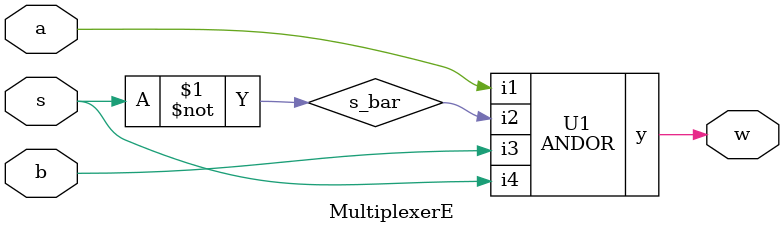
<source format=v>
module ANDOR
	(input i1, i2, i3, i4, output y);
	assign y = (i1 & i2) | (i3 & i4);
endmodule

module MultiplexerE
	(input a, b, s, output w);
	wire s_bar;
	not n1 (s_bar, s);
	ANDOR U1 (a, s_bar, b, s, w);
endmodule
</source>
